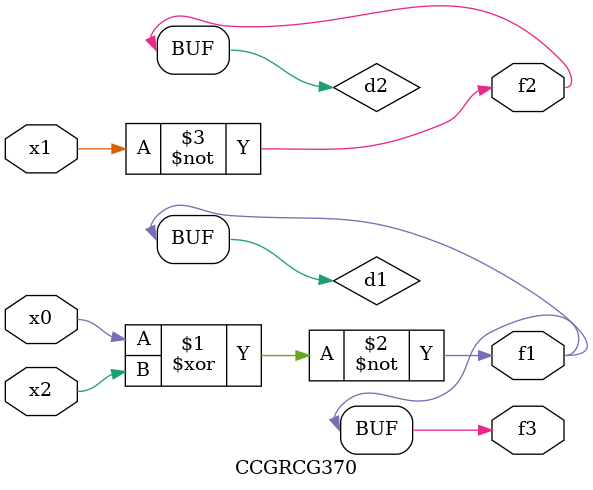
<source format=v>
module CCGRCG370(
	input x0, x1, x2,
	output f1, f2, f3
);

	wire d1, d2, d3;

	xnor (d1, x0, x2);
	nand (d2, x1);
	nor (d3, x1, x2);
	assign f1 = d1;
	assign f2 = d2;
	assign f3 = d1;
endmodule

</source>
